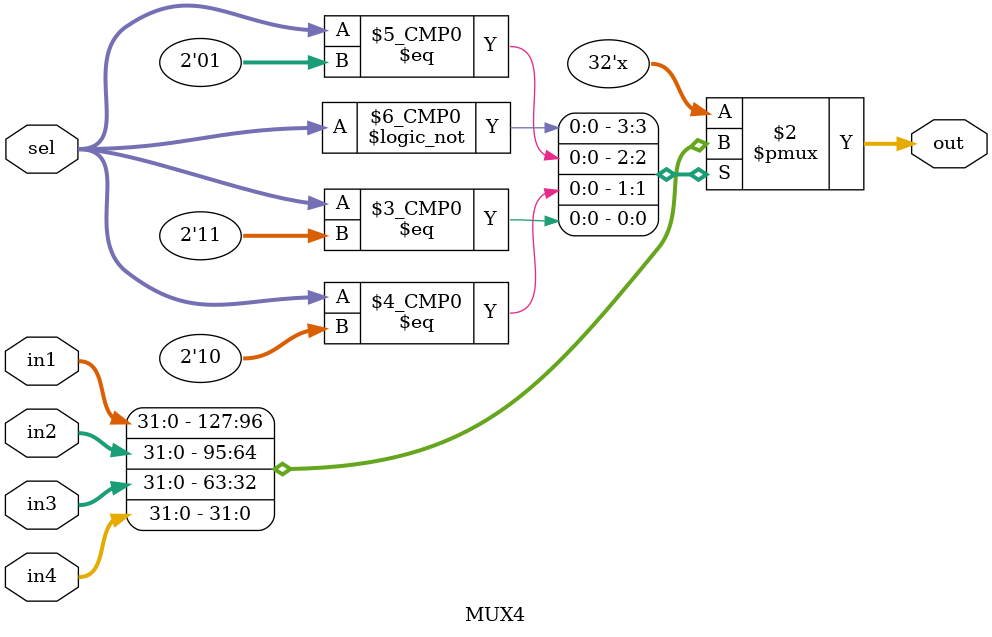
<source format=v>
module MUX4 (
    input [1:0] sel,
    input [31:0] in1,
    in2,
    in3,
    in4,
    output reg [31:0] out
);
  always @(sel, in1, in2, in3, in4) begin
    out = 0;
    case (sel)
      2'b00: out = in1;
      2'b01: out = in2;
      2'b10: out = in3;
      2'b11: out = in4;
    endcase
  end
endmodule

</source>
